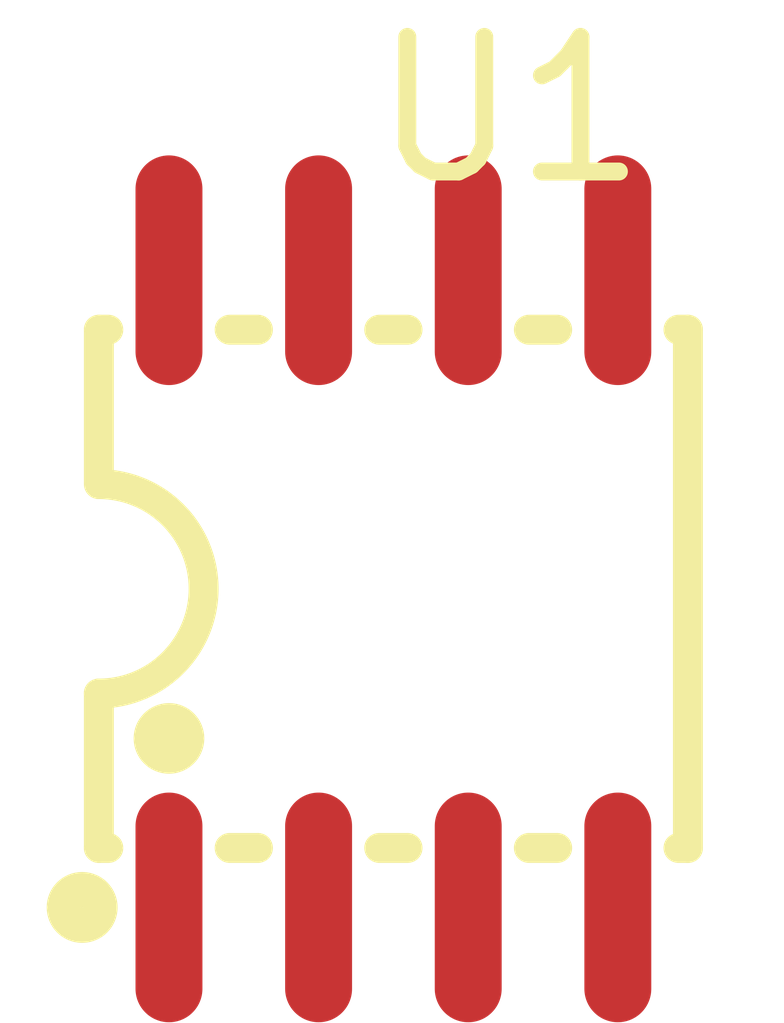
<source format=kicad_pcb>
(kicad_pcb (version 20171130) (host pcbnew "(5.1.10)-1")

  (general
    (thickness 1.6)
    (drawings 0)
    (tracks 0)
    (zones 0)
    (modules 1)
    (nets 1)
  )

  (page A4)
  (layers
    (0 F.Cu signal)
    (31 B.Cu signal)
    (32 B.Adhes user)
    (33 F.Adhes user)
    (34 B.Paste user)
    (35 F.Paste user)
    (36 B.SilkS user)
    (37 F.SilkS user)
    (38 B.Mask user)
    (39 F.Mask user)
    (40 Dwgs.User user)
    (41 Cmts.User user)
    (42 Eco1.User user)
    (43 Eco2.User user)
    (44 Edge.Cuts user)
    (45 Margin user)
    (46 B.CrtYd user)
    (47 F.CrtYd user)
    (48 B.Fab user hide)
    (49 F.Fab user hide)
  )

  (setup
    (last_trace_width 0.25)
    (trace_clearance 0.2)
    (zone_clearance 0.508)
    (zone_45_only no)
    (trace_min 0.2)
    (via_size 0.8)
    (via_drill 0.4)
    (via_min_size 0.4)
    (via_min_drill 0.3)
    (uvia_size 0.3)
    (uvia_drill 0.1)
    (uvias_allowed no)
    (uvia_min_size 0.2)
    (uvia_min_drill 0.1)
    (edge_width 0.05)
    (segment_width 0.2)
    (pcb_text_width 0.3)
    (pcb_text_size 1.5 1.5)
    (mod_edge_width 0.12)
    (mod_text_size 1 1)
    (mod_text_width 0.15)
    (pad_size 1.524 1.524)
    (pad_drill 0.762)
    (pad_to_mask_clearance 0)
    (aux_axis_origin 0 0)
    (visible_elements FFFFFF7F)
    (pcbplotparams
      (layerselection 0x010fc_ffffffff)
      (usegerberextensions false)
      (usegerberattributes true)
      (usegerberadvancedattributes true)
      (creategerberjobfile true)
      (excludeedgelayer true)
      (linewidth 0.100000)
      (plotframeref false)
      (viasonmask false)
      (mode 1)
      (useauxorigin false)
      (hpglpennumber 1)
      (hpglpenspeed 20)
      (hpglpendiameter 15.000000)
      (psnegative false)
      (psa4output false)
      (plotreference true)
      (plotvalue true)
      (plotinvisibletext false)
      (padsonsilk false)
      (subtractmaskfromsilk false)
      (outputformat 1)
      (mirror false)
      (drillshape 1)
      (scaleselection 1)
      (outputdirectory ""))
  )

  (net 0 "")

  (net_class Default "This is the default net class."
    (clearance 0.2)
    (trace_width 0.25)
    (via_dia 0.8)
    (via_drill 0.4)
    (uvia_dia 0.3)
    (uvia_drill 0.1)
  )

  (module easyeda:SOIC-8_L5.0-W4.0-P1.27-LS6.0-BL (layer F.Cu) (tedit 0) (tstamp 0)
    (at 12.7 12.7)
    (attr smd)
    (fp_text reference U1 (at -0.254 -4.064) (layer F.SilkS)
      (effects (font (size 1.143 1.143) (thickness 0.152)) (justify left))
    )
    (fp_text value SOIC-8_L5.0-W4.0-P1.27-LS6.0-BL (at -0.254 -5.842) (layer F.Fab) hide
      (effects (font (size 1.143 1.143) (thickness 0.152)) (justify left))
    )
    (fp_circle (center -2.642 2.705) (end -2.491 2.705) (layer F.SilkS) (width 0.3))
    (fp_circle (center -1.905 1.27) (end -1.755 1.27) (layer F.SilkS) (width 0.3))
    (fp_line (start 2.5 -2.2) (end 2.5 2.2) (layer F.SilkS) (width 0.254))
    (fp_line (start 2.5 -2.2) (end 2.42 -2.2) (layer F.SilkS) (width 0.254))
    (fp_line (start 1.39 -2.2) (end 1.15 -2.2) (layer F.SilkS) (width 0.254))
    (fp_line (start 0.12 -2.2) (end -0.12 -2.2) (layer F.SilkS) (width 0.254))
    (fp_line (start -1.15 -2.2) (end -1.39 -2.2) (layer F.SilkS) (width 0.254))
    (fp_line (start -2.42 -2.2) (end -2.5 -2.2) (layer F.SilkS) (width 0.254))
    (fp_line (start 2.5 2.2) (end 2.42 2.2) (layer F.SilkS) (width 0.254))
    (fp_line (start 1.39 2.2) (end 1.15 2.2) (layer F.SilkS) (width 0.254))
    (fp_line (start 0.12 2.2) (end -0.12 2.2) (layer F.SilkS) (width 0.254))
    (fp_line (start -1.15 2.2) (end -1.39 2.2) (layer F.SilkS) (width 0.254))
    (fp_line (start -2.42 2.2) (end -2.5 2.2) (layer F.SilkS) (width 0.254))
    (fp_line (start -2.5 -2.2) (end -2.5 -0.889) (layer F.SilkS) (width 0.254))
    (fp_line (start -2.5 2.2) (end -2.5 0.889) (layer F.SilkS) (width 0.254))
    (fp_circle (center -1.905 3.4) (end -1.755 3.4) (layer Cmts.User) (width 0.3))
    (fp_arc (start -2.5 0) (end -2.499 -0.889) (angle 180) (layer F.SilkS) (width 0.254))
    (fp_text user MIC2505 (at 0 0) (layer Cmts.User)
      (effects (font (size 1 1) (thickness 0.15)))
    )
    (pad 1 smd oval (at -1.905 2.705) (size 0.568 1.95) (layers F.Cu F.Paste F.Mask))
    (pad 2 smd oval (at -0.635 2.705) (size 0.568 1.95) (layers F.Cu F.Paste F.Mask))
    (pad 3 smd oval (at 0.635 2.705) (size 0.568 1.95) (layers F.Cu F.Paste F.Mask))
    (pad 4 smd oval (at 1.905 2.705) (size 0.568 1.95) (layers F.Cu F.Paste F.Mask))
    (pad 8 smd oval (at -1.905 -2.705) (size 0.568 1.95) (layers F.Cu F.Paste F.Mask))
    (pad 7 smd oval (at -0.635 -2.705) (size 0.568 1.95) (layers F.Cu F.Paste F.Mask))
    (pad 6 smd oval (at 0.635 -2.705) (size 0.568 1.95) (layers F.Cu F.Paste F.Mask))
    (pad 5 smd oval (at 1.905 -2.705) (size 0.568 1.95) (layers F.Cu F.Paste F.Mask))
  )

)

</source>
